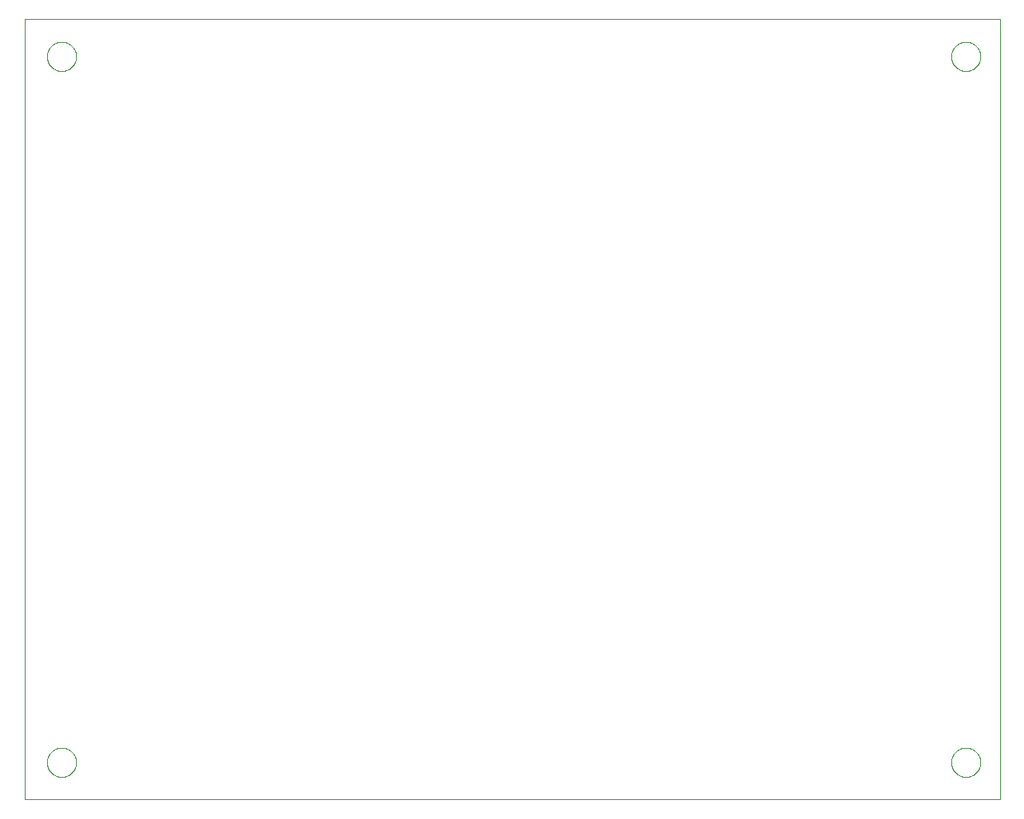
<source format=gbp>
G75*
%MOIN*%
%OFA0B0*%
%FSLAX25Y25*%
%IPPOS*%
%LPD*%
%AMOC8*
5,1,8,0,0,1.08239X$1,22.5*
%
%ADD10C,0.00000*%
D10*
X0005778Y0001300D02*
X0005778Y0316261D01*
X0399478Y0316261D01*
X0399478Y0001300D01*
X0005778Y0001300D01*
X0014873Y0016300D02*
X0014875Y0016453D01*
X0014881Y0016606D01*
X0014891Y0016759D01*
X0014905Y0016912D01*
X0014923Y0017064D01*
X0014945Y0017216D01*
X0014970Y0017367D01*
X0015000Y0017518D01*
X0015033Y0017667D01*
X0015071Y0017816D01*
X0015112Y0017964D01*
X0015157Y0018110D01*
X0015206Y0018255D01*
X0015259Y0018399D01*
X0015315Y0018542D01*
X0015375Y0018683D01*
X0015439Y0018823D01*
X0015506Y0018960D01*
X0015577Y0019096D01*
X0015651Y0019230D01*
X0015729Y0019362D01*
X0015810Y0019492D01*
X0015895Y0019620D01*
X0015983Y0019746D01*
X0016074Y0019869D01*
X0016168Y0019990D01*
X0016265Y0020109D01*
X0016366Y0020225D01*
X0016469Y0020338D01*
X0016576Y0020448D01*
X0016685Y0020556D01*
X0016796Y0020661D01*
X0016911Y0020763D01*
X0017028Y0020862D01*
X0017148Y0020957D01*
X0017270Y0021050D01*
X0017395Y0021140D01*
X0017521Y0021226D01*
X0017650Y0021309D01*
X0017781Y0021388D01*
X0017914Y0021464D01*
X0018049Y0021537D01*
X0018186Y0021606D01*
X0018325Y0021671D01*
X0018465Y0021733D01*
X0018607Y0021791D01*
X0018750Y0021846D01*
X0018895Y0021897D01*
X0019041Y0021944D01*
X0019188Y0021987D01*
X0019336Y0022026D01*
X0019485Y0022062D01*
X0019635Y0022093D01*
X0019786Y0022121D01*
X0019938Y0022145D01*
X0020090Y0022165D01*
X0020242Y0022181D01*
X0020395Y0022193D01*
X0020548Y0022201D01*
X0020701Y0022205D01*
X0020855Y0022205D01*
X0021008Y0022201D01*
X0021161Y0022193D01*
X0021314Y0022181D01*
X0021466Y0022165D01*
X0021618Y0022145D01*
X0021770Y0022121D01*
X0021921Y0022093D01*
X0022071Y0022062D01*
X0022220Y0022026D01*
X0022368Y0021987D01*
X0022515Y0021944D01*
X0022661Y0021897D01*
X0022806Y0021846D01*
X0022949Y0021791D01*
X0023091Y0021733D01*
X0023231Y0021671D01*
X0023370Y0021606D01*
X0023507Y0021537D01*
X0023642Y0021464D01*
X0023775Y0021388D01*
X0023906Y0021309D01*
X0024035Y0021226D01*
X0024161Y0021140D01*
X0024286Y0021050D01*
X0024408Y0020957D01*
X0024528Y0020862D01*
X0024645Y0020763D01*
X0024760Y0020661D01*
X0024871Y0020556D01*
X0024980Y0020448D01*
X0025087Y0020338D01*
X0025190Y0020225D01*
X0025291Y0020109D01*
X0025388Y0019990D01*
X0025482Y0019869D01*
X0025573Y0019746D01*
X0025661Y0019620D01*
X0025746Y0019492D01*
X0025827Y0019362D01*
X0025905Y0019230D01*
X0025979Y0019096D01*
X0026050Y0018960D01*
X0026117Y0018823D01*
X0026181Y0018683D01*
X0026241Y0018542D01*
X0026297Y0018399D01*
X0026350Y0018255D01*
X0026399Y0018110D01*
X0026444Y0017964D01*
X0026485Y0017816D01*
X0026523Y0017667D01*
X0026556Y0017518D01*
X0026586Y0017367D01*
X0026611Y0017216D01*
X0026633Y0017064D01*
X0026651Y0016912D01*
X0026665Y0016759D01*
X0026675Y0016606D01*
X0026681Y0016453D01*
X0026683Y0016300D01*
X0026681Y0016147D01*
X0026675Y0015994D01*
X0026665Y0015841D01*
X0026651Y0015688D01*
X0026633Y0015536D01*
X0026611Y0015384D01*
X0026586Y0015233D01*
X0026556Y0015082D01*
X0026523Y0014933D01*
X0026485Y0014784D01*
X0026444Y0014636D01*
X0026399Y0014490D01*
X0026350Y0014345D01*
X0026297Y0014201D01*
X0026241Y0014058D01*
X0026181Y0013917D01*
X0026117Y0013777D01*
X0026050Y0013640D01*
X0025979Y0013504D01*
X0025905Y0013370D01*
X0025827Y0013238D01*
X0025746Y0013108D01*
X0025661Y0012980D01*
X0025573Y0012854D01*
X0025482Y0012731D01*
X0025388Y0012610D01*
X0025291Y0012491D01*
X0025190Y0012375D01*
X0025087Y0012262D01*
X0024980Y0012152D01*
X0024871Y0012044D01*
X0024760Y0011939D01*
X0024645Y0011837D01*
X0024528Y0011738D01*
X0024408Y0011643D01*
X0024286Y0011550D01*
X0024161Y0011460D01*
X0024035Y0011374D01*
X0023906Y0011291D01*
X0023775Y0011212D01*
X0023642Y0011136D01*
X0023507Y0011063D01*
X0023370Y0010994D01*
X0023231Y0010929D01*
X0023091Y0010867D01*
X0022949Y0010809D01*
X0022806Y0010754D01*
X0022661Y0010703D01*
X0022515Y0010656D01*
X0022368Y0010613D01*
X0022220Y0010574D01*
X0022071Y0010538D01*
X0021921Y0010507D01*
X0021770Y0010479D01*
X0021618Y0010455D01*
X0021466Y0010435D01*
X0021314Y0010419D01*
X0021161Y0010407D01*
X0021008Y0010399D01*
X0020855Y0010395D01*
X0020701Y0010395D01*
X0020548Y0010399D01*
X0020395Y0010407D01*
X0020242Y0010419D01*
X0020090Y0010435D01*
X0019938Y0010455D01*
X0019786Y0010479D01*
X0019635Y0010507D01*
X0019485Y0010538D01*
X0019336Y0010574D01*
X0019188Y0010613D01*
X0019041Y0010656D01*
X0018895Y0010703D01*
X0018750Y0010754D01*
X0018607Y0010809D01*
X0018465Y0010867D01*
X0018325Y0010929D01*
X0018186Y0010994D01*
X0018049Y0011063D01*
X0017914Y0011136D01*
X0017781Y0011212D01*
X0017650Y0011291D01*
X0017521Y0011374D01*
X0017395Y0011460D01*
X0017270Y0011550D01*
X0017148Y0011643D01*
X0017028Y0011738D01*
X0016911Y0011837D01*
X0016796Y0011939D01*
X0016685Y0012044D01*
X0016576Y0012152D01*
X0016469Y0012262D01*
X0016366Y0012375D01*
X0016265Y0012491D01*
X0016168Y0012610D01*
X0016074Y0012731D01*
X0015983Y0012854D01*
X0015895Y0012980D01*
X0015810Y0013108D01*
X0015729Y0013238D01*
X0015651Y0013370D01*
X0015577Y0013504D01*
X0015506Y0013640D01*
X0015439Y0013777D01*
X0015375Y0013917D01*
X0015315Y0014058D01*
X0015259Y0014201D01*
X0015206Y0014345D01*
X0015157Y0014490D01*
X0015112Y0014636D01*
X0015071Y0014784D01*
X0015033Y0014933D01*
X0015000Y0015082D01*
X0014970Y0015233D01*
X0014945Y0015384D01*
X0014923Y0015536D01*
X0014905Y0015688D01*
X0014891Y0015841D01*
X0014881Y0015994D01*
X0014875Y0016147D01*
X0014873Y0016300D01*
X0014873Y0301300D02*
X0014875Y0301453D01*
X0014881Y0301606D01*
X0014891Y0301759D01*
X0014905Y0301912D01*
X0014923Y0302064D01*
X0014945Y0302216D01*
X0014970Y0302367D01*
X0015000Y0302518D01*
X0015033Y0302667D01*
X0015071Y0302816D01*
X0015112Y0302964D01*
X0015157Y0303110D01*
X0015206Y0303255D01*
X0015259Y0303399D01*
X0015315Y0303542D01*
X0015375Y0303683D01*
X0015439Y0303823D01*
X0015506Y0303960D01*
X0015577Y0304096D01*
X0015651Y0304230D01*
X0015729Y0304362D01*
X0015810Y0304492D01*
X0015895Y0304620D01*
X0015983Y0304746D01*
X0016074Y0304869D01*
X0016168Y0304990D01*
X0016265Y0305109D01*
X0016366Y0305225D01*
X0016469Y0305338D01*
X0016576Y0305448D01*
X0016685Y0305556D01*
X0016796Y0305661D01*
X0016911Y0305763D01*
X0017028Y0305862D01*
X0017148Y0305957D01*
X0017270Y0306050D01*
X0017395Y0306140D01*
X0017521Y0306226D01*
X0017650Y0306309D01*
X0017781Y0306388D01*
X0017914Y0306464D01*
X0018049Y0306537D01*
X0018186Y0306606D01*
X0018325Y0306671D01*
X0018465Y0306733D01*
X0018607Y0306791D01*
X0018750Y0306846D01*
X0018895Y0306897D01*
X0019041Y0306944D01*
X0019188Y0306987D01*
X0019336Y0307026D01*
X0019485Y0307062D01*
X0019635Y0307093D01*
X0019786Y0307121D01*
X0019938Y0307145D01*
X0020090Y0307165D01*
X0020242Y0307181D01*
X0020395Y0307193D01*
X0020548Y0307201D01*
X0020701Y0307205D01*
X0020855Y0307205D01*
X0021008Y0307201D01*
X0021161Y0307193D01*
X0021314Y0307181D01*
X0021466Y0307165D01*
X0021618Y0307145D01*
X0021770Y0307121D01*
X0021921Y0307093D01*
X0022071Y0307062D01*
X0022220Y0307026D01*
X0022368Y0306987D01*
X0022515Y0306944D01*
X0022661Y0306897D01*
X0022806Y0306846D01*
X0022949Y0306791D01*
X0023091Y0306733D01*
X0023231Y0306671D01*
X0023370Y0306606D01*
X0023507Y0306537D01*
X0023642Y0306464D01*
X0023775Y0306388D01*
X0023906Y0306309D01*
X0024035Y0306226D01*
X0024161Y0306140D01*
X0024286Y0306050D01*
X0024408Y0305957D01*
X0024528Y0305862D01*
X0024645Y0305763D01*
X0024760Y0305661D01*
X0024871Y0305556D01*
X0024980Y0305448D01*
X0025087Y0305338D01*
X0025190Y0305225D01*
X0025291Y0305109D01*
X0025388Y0304990D01*
X0025482Y0304869D01*
X0025573Y0304746D01*
X0025661Y0304620D01*
X0025746Y0304492D01*
X0025827Y0304362D01*
X0025905Y0304230D01*
X0025979Y0304096D01*
X0026050Y0303960D01*
X0026117Y0303823D01*
X0026181Y0303683D01*
X0026241Y0303542D01*
X0026297Y0303399D01*
X0026350Y0303255D01*
X0026399Y0303110D01*
X0026444Y0302964D01*
X0026485Y0302816D01*
X0026523Y0302667D01*
X0026556Y0302518D01*
X0026586Y0302367D01*
X0026611Y0302216D01*
X0026633Y0302064D01*
X0026651Y0301912D01*
X0026665Y0301759D01*
X0026675Y0301606D01*
X0026681Y0301453D01*
X0026683Y0301300D01*
X0026681Y0301147D01*
X0026675Y0300994D01*
X0026665Y0300841D01*
X0026651Y0300688D01*
X0026633Y0300536D01*
X0026611Y0300384D01*
X0026586Y0300233D01*
X0026556Y0300082D01*
X0026523Y0299933D01*
X0026485Y0299784D01*
X0026444Y0299636D01*
X0026399Y0299490D01*
X0026350Y0299345D01*
X0026297Y0299201D01*
X0026241Y0299058D01*
X0026181Y0298917D01*
X0026117Y0298777D01*
X0026050Y0298640D01*
X0025979Y0298504D01*
X0025905Y0298370D01*
X0025827Y0298238D01*
X0025746Y0298108D01*
X0025661Y0297980D01*
X0025573Y0297854D01*
X0025482Y0297731D01*
X0025388Y0297610D01*
X0025291Y0297491D01*
X0025190Y0297375D01*
X0025087Y0297262D01*
X0024980Y0297152D01*
X0024871Y0297044D01*
X0024760Y0296939D01*
X0024645Y0296837D01*
X0024528Y0296738D01*
X0024408Y0296643D01*
X0024286Y0296550D01*
X0024161Y0296460D01*
X0024035Y0296374D01*
X0023906Y0296291D01*
X0023775Y0296212D01*
X0023642Y0296136D01*
X0023507Y0296063D01*
X0023370Y0295994D01*
X0023231Y0295929D01*
X0023091Y0295867D01*
X0022949Y0295809D01*
X0022806Y0295754D01*
X0022661Y0295703D01*
X0022515Y0295656D01*
X0022368Y0295613D01*
X0022220Y0295574D01*
X0022071Y0295538D01*
X0021921Y0295507D01*
X0021770Y0295479D01*
X0021618Y0295455D01*
X0021466Y0295435D01*
X0021314Y0295419D01*
X0021161Y0295407D01*
X0021008Y0295399D01*
X0020855Y0295395D01*
X0020701Y0295395D01*
X0020548Y0295399D01*
X0020395Y0295407D01*
X0020242Y0295419D01*
X0020090Y0295435D01*
X0019938Y0295455D01*
X0019786Y0295479D01*
X0019635Y0295507D01*
X0019485Y0295538D01*
X0019336Y0295574D01*
X0019188Y0295613D01*
X0019041Y0295656D01*
X0018895Y0295703D01*
X0018750Y0295754D01*
X0018607Y0295809D01*
X0018465Y0295867D01*
X0018325Y0295929D01*
X0018186Y0295994D01*
X0018049Y0296063D01*
X0017914Y0296136D01*
X0017781Y0296212D01*
X0017650Y0296291D01*
X0017521Y0296374D01*
X0017395Y0296460D01*
X0017270Y0296550D01*
X0017148Y0296643D01*
X0017028Y0296738D01*
X0016911Y0296837D01*
X0016796Y0296939D01*
X0016685Y0297044D01*
X0016576Y0297152D01*
X0016469Y0297262D01*
X0016366Y0297375D01*
X0016265Y0297491D01*
X0016168Y0297610D01*
X0016074Y0297731D01*
X0015983Y0297854D01*
X0015895Y0297980D01*
X0015810Y0298108D01*
X0015729Y0298238D01*
X0015651Y0298370D01*
X0015577Y0298504D01*
X0015506Y0298640D01*
X0015439Y0298777D01*
X0015375Y0298917D01*
X0015315Y0299058D01*
X0015259Y0299201D01*
X0015206Y0299345D01*
X0015157Y0299490D01*
X0015112Y0299636D01*
X0015071Y0299784D01*
X0015033Y0299933D01*
X0015000Y0300082D01*
X0014970Y0300233D01*
X0014945Y0300384D01*
X0014923Y0300536D01*
X0014905Y0300688D01*
X0014891Y0300841D01*
X0014881Y0300994D01*
X0014875Y0301147D01*
X0014873Y0301300D01*
X0379873Y0301300D02*
X0379875Y0301453D01*
X0379881Y0301606D01*
X0379891Y0301759D01*
X0379905Y0301912D01*
X0379923Y0302064D01*
X0379945Y0302216D01*
X0379970Y0302367D01*
X0380000Y0302518D01*
X0380033Y0302667D01*
X0380071Y0302816D01*
X0380112Y0302964D01*
X0380157Y0303110D01*
X0380206Y0303255D01*
X0380259Y0303399D01*
X0380315Y0303542D01*
X0380375Y0303683D01*
X0380439Y0303823D01*
X0380506Y0303960D01*
X0380577Y0304096D01*
X0380651Y0304230D01*
X0380729Y0304362D01*
X0380810Y0304492D01*
X0380895Y0304620D01*
X0380983Y0304746D01*
X0381074Y0304869D01*
X0381168Y0304990D01*
X0381265Y0305109D01*
X0381366Y0305225D01*
X0381469Y0305338D01*
X0381576Y0305448D01*
X0381685Y0305556D01*
X0381796Y0305661D01*
X0381911Y0305763D01*
X0382028Y0305862D01*
X0382148Y0305957D01*
X0382270Y0306050D01*
X0382395Y0306140D01*
X0382521Y0306226D01*
X0382650Y0306309D01*
X0382781Y0306388D01*
X0382914Y0306464D01*
X0383049Y0306537D01*
X0383186Y0306606D01*
X0383325Y0306671D01*
X0383465Y0306733D01*
X0383607Y0306791D01*
X0383750Y0306846D01*
X0383895Y0306897D01*
X0384041Y0306944D01*
X0384188Y0306987D01*
X0384336Y0307026D01*
X0384485Y0307062D01*
X0384635Y0307093D01*
X0384786Y0307121D01*
X0384938Y0307145D01*
X0385090Y0307165D01*
X0385242Y0307181D01*
X0385395Y0307193D01*
X0385548Y0307201D01*
X0385701Y0307205D01*
X0385855Y0307205D01*
X0386008Y0307201D01*
X0386161Y0307193D01*
X0386314Y0307181D01*
X0386466Y0307165D01*
X0386618Y0307145D01*
X0386770Y0307121D01*
X0386921Y0307093D01*
X0387071Y0307062D01*
X0387220Y0307026D01*
X0387368Y0306987D01*
X0387515Y0306944D01*
X0387661Y0306897D01*
X0387806Y0306846D01*
X0387949Y0306791D01*
X0388091Y0306733D01*
X0388231Y0306671D01*
X0388370Y0306606D01*
X0388507Y0306537D01*
X0388642Y0306464D01*
X0388775Y0306388D01*
X0388906Y0306309D01*
X0389035Y0306226D01*
X0389161Y0306140D01*
X0389286Y0306050D01*
X0389408Y0305957D01*
X0389528Y0305862D01*
X0389645Y0305763D01*
X0389760Y0305661D01*
X0389871Y0305556D01*
X0389980Y0305448D01*
X0390087Y0305338D01*
X0390190Y0305225D01*
X0390291Y0305109D01*
X0390388Y0304990D01*
X0390482Y0304869D01*
X0390573Y0304746D01*
X0390661Y0304620D01*
X0390746Y0304492D01*
X0390827Y0304362D01*
X0390905Y0304230D01*
X0390979Y0304096D01*
X0391050Y0303960D01*
X0391117Y0303823D01*
X0391181Y0303683D01*
X0391241Y0303542D01*
X0391297Y0303399D01*
X0391350Y0303255D01*
X0391399Y0303110D01*
X0391444Y0302964D01*
X0391485Y0302816D01*
X0391523Y0302667D01*
X0391556Y0302518D01*
X0391586Y0302367D01*
X0391611Y0302216D01*
X0391633Y0302064D01*
X0391651Y0301912D01*
X0391665Y0301759D01*
X0391675Y0301606D01*
X0391681Y0301453D01*
X0391683Y0301300D01*
X0391681Y0301147D01*
X0391675Y0300994D01*
X0391665Y0300841D01*
X0391651Y0300688D01*
X0391633Y0300536D01*
X0391611Y0300384D01*
X0391586Y0300233D01*
X0391556Y0300082D01*
X0391523Y0299933D01*
X0391485Y0299784D01*
X0391444Y0299636D01*
X0391399Y0299490D01*
X0391350Y0299345D01*
X0391297Y0299201D01*
X0391241Y0299058D01*
X0391181Y0298917D01*
X0391117Y0298777D01*
X0391050Y0298640D01*
X0390979Y0298504D01*
X0390905Y0298370D01*
X0390827Y0298238D01*
X0390746Y0298108D01*
X0390661Y0297980D01*
X0390573Y0297854D01*
X0390482Y0297731D01*
X0390388Y0297610D01*
X0390291Y0297491D01*
X0390190Y0297375D01*
X0390087Y0297262D01*
X0389980Y0297152D01*
X0389871Y0297044D01*
X0389760Y0296939D01*
X0389645Y0296837D01*
X0389528Y0296738D01*
X0389408Y0296643D01*
X0389286Y0296550D01*
X0389161Y0296460D01*
X0389035Y0296374D01*
X0388906Y0296291D01*
X0388775Y0296212D01*
X0388642Y0296136D01*
X0388507Y0296063D01*
X0388370Y0295994D01*
X0388231Y0295929D01*
X0388091Y0295867D01*
X0387949Y0295809D01*
X0387806Y0295754D01*
X0387661Y0295703D01*
X0387515Y0295656D01*
X0387368Y0295613D01*
X0387220Y0295574D01*
X0387071Y0295538D01*
X0386921Y0295507D01*
X0386770Y0295479D01*
X0386618Y0295455D01*
X0386466Y0295435D01*
X0386314Y0295419D01*
X0386161Y0295407D01*
X0386008Y0295399D01*
X0385855Y0295395D01*
X0385701Y0295395D01*
X0385548Y0295399D01*
X0385395Y0295407D01*
X0385242Y0295419D01*
X0385090Y0295435D01*
X0384938Y0295455D01*
X0384786Y0295479D01*
X0384635Y0295507D01*
X0384485Y0295538D01*
X0384336Y0295574D01*
X0384188Y0295613D01*
X0384041Y0295656D01*
X0383895Y0295703D01*
X0383750Y0295754D01*
X0383607Y0295809D01*
X0383465Y0295867D01*
X0383325Y0295929D01*
X0383186Y0295994D01*
X0383049Y0296063D01*
X0382914Y0296136D01*
X0382781Y0296212D01*
X0382650Y0296291D01*
X0382521Y0296374D01*
X0382395Y0296460D01*
X0382270Y0296550D01*
X0382148Y0296643D01*
X0382028Y0296738D01*
X0381911Y0296837D01*
X0381796Y0296939D01*
X0381685Y0297044D01*
X0381576Y0297152D01*
X0381469Y0297262D01*
X0381366Y0297375D01*
X0381265Y0297491D01*
X0381168Y0297610D01*
X0381074Y0297731D01*
X0380983Y0297854D01*
X0380895Y0297980D01*
X0380810Y0298108D01*
X0380729Y0298238D01*
X0380651Y0298370D01*
X0380577Y0298504D01*
X0380506Y0298640D01*
X0380439Y0298777D01*
X0380375Y0298917D01*
X0380315Y0299058D01*
X0380259Y0299201D01*
X0380206Y0299345D01*
X0380157Y0299490D01*
X0380112Y0299636D01*
X0380071Y0299784D01*
X0380033Y0299933D01*
X0380000Y0300082D01*
X0379970Y0300233D01*
X0379945Y0300384D01*
X0379923Y0300536D01*
X0379905Y0300688D01*
X0379891Y0300841D01*
X0379881Y0300994D01*
X0379875Y0301147D01*
X0379873Y0301300D01*
X0379873Y0016300D02*
X0379875Y0016453D01*
X0379881Y0016606D01*
X0379891Y0016759D01*
X0379905Y0016912D01*
X0379923Y0017064D01*
X0379945Y0017216D01*
X0379970Y0017367D01*
X0380000Y0017518D01*
X0380033Y0017667D01*
X0380071Y0017816D01*
X0380112Y0017964D01*
X0380157Y0018110D01*
X0380206Y0018255D01*
X0380259Y0018399D01*
X0380315Y0018542D01*
X0380375Y0018683D01*
X0380439Y0018823D01*
X0380506Y0018960D01*
X0380577Y0019096D01*
X0380651Y0019230D01*
X0380729Y0019362D01*
X0380810Y0019492D01*
X0380895Y0019620D01*
X0380983Y0019746D01*
X0381074Y0019869D01*
X0381168Y0019990D01*
X0381265Y0020109D01*
X0381366Y0020225D01*
X0381469Y0020338D01*
X0381576Y0020448D01*
X0381685Y0020556D01*
X0381796Y0020661D01*
X0381911Y0020763D01*
X0382028Y0020862D01*
X0382148Y0020957D01*
X0382270Y0021050D01*
X0382395Y0021140D01*
X0382521Y0021226D01*
X0382650Y0021309D01*
X0382781Y0021388D01*
X0382914Y0021464D01*
X0383049Y0021537D01*
X0383186Y0021606D01*
X0383325Y0021671D01*
X0383465Y0021733D01*
X0383607Y0021791D01*
X0383750Y0021846D01*
X0383895Y0021897D01*
X0384041Y0021944D01*
X0384188Y0021987D01*
X0384336Y0022026D01*
X0384485Y0022062D01*
X0384635Y0022093D01*
X0384786Y0022121D01*
X0384938Y0022145D01*
X0385090Y0022165D01*
X0385242Y0022181D01*
X0385395Y0022193D01*
X0385548Y0022201D01*
X0385701Y0022205D01*
X0385855Y0022205D01*
X0386008Y0022201D01*
X0386161Y0022193D01*
X0386314Y0022181D01*
X0386466Y0022165D01*
X0386618Y0022145D01*
X0386770Y0022121D01*
X0386921Y0022093D01*
X0387071Y0022062D01*
X0387220Y0022026D01*
X0387368Y0021987D01*
X0387515Y0021944D01*
X0387661Y0021897D01*
X0387806Y0021846D01*
X0387949Y0021791D01*
X0388091Y0021733D01*
X0388231Y0021671D01*
X0388370Y0021606D01*
X0388507Y0021537D01*
X0388642Y0021464D01*
X0388775Y0021388D01*
X0388906Y0021309D01*
X0389035Y0021226D01*
X0389161Y0021140D01*
X0389286Y0021050D01*
X0389408Y0020957D01*
X0389528Y0020862D01*
X0389645Y0020763D01*
X0389760Y0020661D01*
X0389871Y0020556D01*
X0389980Y0020448D01*
X0390087Y0020338D01*
X0390190Y0020225D01*
X0390291Y0020109D01*
X0390388Y0019990D01*
X0390482Y0019869D01*
X0390573Y0019746D01*
X0390661Y0019620D01*
X0390746Y0019492D01*
X0390827Y0019362D01*
X0390905Y0019230D01*
X0390979Y0019096D01*
X0391050Y0018960D01*
X0391117Y0018823D01*
X0391181Y0018683D01*
X0391241Y0018542D01*
X0391297Y0018399D01*
X0391350Y0018255D01*
X0391399Y0018110D01*
X0391444Y0017964D01*
X0391485Y0017816D01*
X0391523Y0017667D01*
X0391556Y0017518D01*
X0391586Y0017367D01*
X0391611Y0017216D01*
X0391633Y0017064D01*
X0391651Y0016912D01*
X0391665Y0016759D01*
X0391675Y0016606D01*
X0391681Y0016453D01*
X0391683Y0016300D01*
X0391681Y0016147D01*
X0391675Y0015994D01*
X0391665Y0015841D01*
X0391651Y0015688D01*
X0391633Y0015536D01*
X0391611Y0015384D01*
X0391586Y0015233D01*
X0391556Y0015082D01*
X0391523Y0014933D01*
X0391485Y0014784D01*
X0391444Y0014636D01*
X0391399Y0014490D01*
X0391350Y0014345D01*
X0391297Y0014201D01*
X0391241Y0014058D01*
X0391181Y0013917D01*
X0391117Y0013777D01*
X0391050Y0013640D01*
X0390979Y0013504D01*
X0390905Y0013370D01*
X0390827Y0013238D01*
X0390746Y0013108D01*
X0390661Y0012980D01*
X0390573Y0012854D01*
X0390482Y0012731D01*
X0390388Y0012610D01*
X0390291Y0012491D01*
X0390190Y0012375D01*
X0390087Y0012262D01*
X0389980Y0012152D01*
X0389871Y0012044D01*
X0389760Y0011939D01*
X0389645Y0011837D01*
X0389528Y0011738D01*
X0389408Y0011643D01*
X0389286Y0011550D01*
X0389161Y0011460D01*
X0389035Y0011374D01*
X0388906Y0011291D01*
X0388775Y0011212D01*
X0388642Y0011136D01*
X0388507Y0011063D01*
X0388370Y0010994D01*
X0388231Y0010929D01*
X0388091Y0010867D01*
X0387949Y0010809D01*
X0387806Y0010754D01*
X0387661Y0010703D01*
X0387515Y0010656D01*
X0387368Y0010613D01*
X0387220Y0010574D01*
X0387071Y0010538D01*
X0386921Y0010507D01*
X0386770Y0010479D01*
X0386618Y0010455D01*
X0386466Y0010435D01*
X0386314Y0010419D01*
X0386161Y0010407D01*
X0386008Y0010399D01*
X0385855Y0010395D01*
X0385701Y0010395D01*
X0385548Y0010399D01*
X0385395Y0010407D01*
X0385242Y0010419D01*
X0385090Y0010435D01*
X0384938Y0010455D01*
X0384786Y0010479D01*
X0384635Y0010507D01*
X0384485Y0010538D01*
X0384336Y0010574D01*
X0384188Y0010613D01*
X0384041Y0010656D01*
X0383895Y0010703D01*
X0383750Y0010754D01*
X0383607Y0010809D01*
X0383465Y0010867D01*
X0383325Y0010929D01*
X0383186Y0010994D01*
X0383049Y0011063D01*
X0382914Y0011136D01*
X0382781Y0011212D01*
X0382650Y0011291D01*
X0382521Y0011374D01*
X0382395Y0011460D01*
X0382270Y0011550D01*
X0382148Y0011643D01*
X0382028Y0011738D01*
X0381911Y0011837D01*
X0381796Y0011939D01*
X0381685Y0012044D01*
X0381576Y0012152D01*
X0381469Y0012262D01*
X0381366Y0012375D01*
X0381265Y0012491D01*
X0381168Y0012610D01*
X0381074Y0012731D01*
X0380983Y0012854D01*
X0380895Y0012980D01*
X0380810Y0013108D01*
X0380729Y0013238D01*
X0380651Y0013370D01*
X0380577Y0013504D01*
X0380506Y0013640D01*
X0380439Y0013777D01*
X0380375Y0013917D01*
X0380315Y0014058D01*
X0380259Y0014201D01*
X0380206Y0014345D01*
X0380157Y0014490D01*
X0380112Y0014636D01*
X0380071Y0014784D01*
X0380033Y0014933D01*
X0380000Y0015082D01*
X0379970Y0015233D01*
X0379945Y0015384D01*
X0379923Y0015536D01*
X0379905Y0015688D01*
X0379891Y0015841D01*
X0379881Y0015994D01*
X0379875Y0016147D01*
X0379873Y0016300D01*
M02*

</source>
